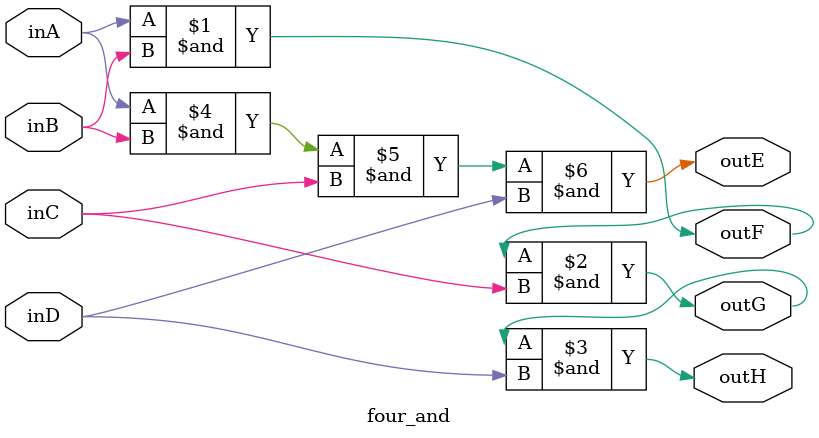
<source format=v>
`timescale 1ns / 1ps

module four_and(inA, inB, inC, inD, outE, outF, outG, outH);

input inA, inB, inC, inD;
output outE, outF, outG, outH;

assign outF = inA & inB;
assign outG = outF & inC;
assign outH = outG & inD;
assign outE = inA & inB & inC & inD;

endmodule
</source>
